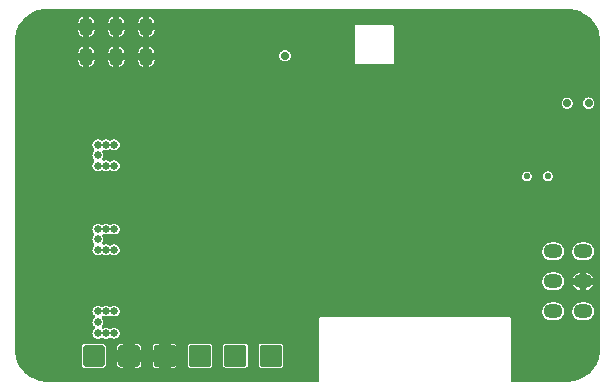
<source format=gbr>
%TF.GenerationSoftware,Altium Limited,Altium Designer,20.1.8 (145)*%
G04 Layer_Physical_Order=2*
G04 Layer_Color=36540*
%FSLAX45Y45*%
%MOMM*%
%TF.SameCoordinates,7C767931-0862-4B48-A7A2-9337087A75ED*%
%TF.FilePolarity,Positive*%
%TF.FileFunction,Copper,L2,Inr,Signal*%
%TF.Part,Single*%
G01*
G75*
%TA.AperFunction,ViaPad*%
%ADD31O,4.00000X2.40000*%
%TA.AperFunction,ComponentPad*%
%ADD32O,1.60000X1.25000*%
%ADD33O,1.25000X1.60000*%
%ADD34C,0.70000*%
G04:AMPARAMS|DCode=35|XSize=1.8mm|YSize=1.8mm|CornerRadius=0.09mm|HoleSize=0mm|Usage=FLASHONLY|Rotation=0.000|XOffset=0mm|YOffset=0mm|HoleType=Round|Shape=RoundedRectangle|*
%AMROUNDEDRECTD35*
21,1,1.80000,1.62000,0,0,0.0*
21,1,1.62000,1.80000,0,0,0.0*
1,1,0.18000,0.81000,-0.81000*
1,1,0.18000,-0.81000,-0.81000*
1,1,0.18000,-0.81000,0.81000*
1,1,0.18000,0.81000,0.81000*
%
%ADD35ROUNDEDRECTD35*%
G04:AMPARAMS|DCode=36|XSize=1.8mm|YSize=1.8mm|CornerRadius=0.18mm|HoleSize=0mm|Usage=FLASHONLY|Rotation=180.000|XOffset=0mm|YOffset=0mm|HoleType=Round|Shape=RoundedRectangle|*
%AMROUNDEDRECTD36*
21,1,1.80000,1.44000,0,0,180.0*
21,1,1.44000,1.80000,0,0,180.0*
1,1,0.36000,-0.72000,0.72000*
1,1,0.36000,0.72000,0.72000*
1,1,0.36000,0.72000,-0.72000*
1,1,0.36000,-0.72000,-0.72000*
%
%ADD36ROUNDEDRECTD36*%
%TA.AperFunction,ViaPad*%
%ADD37C,0.70000*%
%ADD38C,0.66000*%
%ADD39C,0.56000*%
G36*
X4721865Y3177832D02*
X4743596Y3175260D01*
X4765058Y3170991D01*
X4786119Y3165051D01*
X4806650Y3157477D01*
X4826522Y3148316D01*
X4845615Y3137623D01*
X4863810Y3125466D01*
X4880995Y3111918D01*
X4897064Y3097064D01*
X4911918Y3080995D01*
X4925465Y3063810D01*
X4937622Y3045616D01*
X4948315Y3026523D01*
X4957476Y3006651D01*
X4965050Y2986120D01*
X4970990Y2965059D01*
X4975259Y2943597D01*
X4977831Y2921866D01*
X4977996Y2917671D01*
X4978545Y2900000D01*
X4978546Y2900000D01*
X4978546Y2882528D01*
Y300000D01*
X4978657Y299154D01*
X4977832Y278134D01*
X4975260Y256403D01*
X4970990Y234941D01*
X4965051Y213880D01*
X4957476Y193349D01*
X4948315Y173477D01*
X4937623Y154384D01*
X4925465Y136189D01*
X4911918Y119005D01*
X4897064Y102936D01*
X4880995Y88082D01*
X4863810Y74534D01*
X4845615Y62377D01*
X4826522Y51684D01*
X4806650Y42523D01*
X4786120Y34949D01*
X4765059Y29009D01*
X4743596Y24740D01*
X4721865Y22168D01*
X4700847Y21342D01*
X4699999Y21454D01*
X4224064D01*
Y554630D01*
X4223078Y559586D01*
X4220271Y563787D01*
X4216071Y566593D01*
X4211115Y567579D01*
X2611115D01*
X2606160Y566593D01*
X2601959Y563787D01*
X2599152Y559586D01*
X2598166Y554630D01*
Y21454D01*
X317589Y21453D01*
X317512Y21454D01*
X300000Y21454D01*
X282446Y21999D01*
X278135Y22168D01*
X256404Y24740D01*
X234941Y29009D01*
X213880Y34949D01*
X193350Y42523D01*
X173477Y51685D01*
X154385Y62377D01*
X136190Y74534D01*
X119005Y88082D01*
X102936Y102936D01*
X88082Y119005D01*
X74535Y136190D01*
X62377Y154385D01*
X51685Y173477D01*
X42523Y193350D01*
X34949Y213880D01*
X29010Y234941D01*
X24740Y256403D01*
X22168Y278134D01*
X21343Y299155D01*
X21454Y300000D01*
Y2900000D01*
X21342Y2900849D01*
X22168Y2921866D01*
X24740Y2943597D01*
X29009Y2965059D01*
X34949Y2986120D01*
X42523Y3006651D01*
X51684Y3026523D01*
X62377Y3045616D01*
X74534Y3063810D01*
X88082Y3080995D01*
X102936Y3097064D01*
X119005Y3111918D01*
X136189Y3125466D01*
X154384Y3137623D01*
X173477Y3148316D01*
X193349Y3157477D01*
X213880Y3165051D01*
X234941Y3170991D01*
X256403Y3175260D01*
X278134Y3177832D01*
X298851Y3178646D01*
X299610Y3178546D01*
X4699999Y3178547D01*
X4700845Y3178658D01*
X4721865Y3177832D01*
D02*
G37*
%LPC*%
G36*
X1162263Y3113150D02*
Y3055187D01*
X1207400D01*
X1207250Y3057089D01*
X1204581Y3068210D01*
X1200204Y3078776D01*
X1194228Y3088528D01*
X1186800Y3097224D01*
X1178104Y3104652D01*
X1168352Y3110628D01*
X1162263Y3113150D01*
D02*
G37*
G36*
X908263D02*
Y3055187D01*
X953400D01*
X953250Y3057089D01*
X950581Y3068210D01*
X946204Y3078776D01*
X940228Y3088528D01*
X932800Y3097224D01*
X924104Y3104652D01*
X914352Y3110628D01*
X908263Y3113150D01*
D02*
G37*
G36*
X654263D02*
Y3055187D01*
X699400D01*
X699250Y3057089D01*
X696581Y3068210D01*
X692204Y3078776D01*
X686228Y3088528D01*
X678800Y3097224D01*
X670104Y3104652D01*
X660352Y3110628D01*
X654263Y3113150D01*
D02*
G37*
G36*
X1108263D02*
X1102174Y3110628D01*
X1092422Y3104652D01*
X1083726Y3097224D01*
X1076298Y3088528D01*
X1070322Y3078776D01*
X1065945Y3068210D01*
X1063275Y3057089D01*
X1063126Y3055187D01*
X1108263D01*
Y3113150D01*
D02*
G37*
G36*
X854263D02*
X848174Y3110628D01*
X838422Y3104652D01*
X829726Y3097224D01*
X822298Y3088528D01*
X816322Y3078776D01*
X811945Y3068210D01*
X809275Y3057089D01*
X809126Y3055187D01*
X854263D01*
Y3113150D01*
D02*
G37*
G36*
X600263D02*
X594174Y3110628D01*
X584422Y3104652D01*
X575726Y3097224D01*
X568298Y3088528D01*
X562322Y3078776D01*
X557945Y3068210D01*
X555275Y3057089D01*
X555126Y3055187D01*
X600263D01*
Y3113150D01*
D02*
G37*
G36*
X699400Y3001187D02*
X654263D01*
Y2943224D01*
X660352Y2945746D01*
X670104Y2951722D01*
X678800Y2959150D01*
X686228Y2967847D01*
X692204Y2977598D01*
X696581Y2988165D01*
X699250Y2999286D01*
X699400Y3001187D01*
D02*
G37*
G36*
X953400D02*
X908263D01*
Y2943224D01*
X914352Y2945746D01*
X924104Y2951722D01*
X932800Y2959150D01*
X940228Y2967847D01*
X946204Y2977598D01*
X950581Y2988165D01*
X953250Y2999286D01*
X953400Y3001187D01*
D02*
G37*
G36*
X1207400D02*
X1162263D01*
Y2943224D01*
X1168352Y2945746D01*
X1178104Y2951722D01*
X1186800Y2959150D01*
X1194228Y2967847D01*
X1200204Y2977598D01*
X1204581Y2988165D01*
X1207250Y2999286D01*
X1207400Y3001187D01*
D02*
G37*
G36*
X1108263D02*
X1063126D01*
X1063275Y2999286D01*
X1065945Y2988165D01*
X1070322Y2977598D01*
X1076298Y2967847D01*
X1083726Y2959150D01*
X1092422Y2951722D01*
X1102174Y2945746D01*
X1108263Y2943224D01*
Y3001187D01*
D02*
G37*
G36*
X854263D02*
X809126D01*
X809275Y2999286D01*
X811945Y2988165D01*
X816322Y2977598D01*
X822298Y2967847D01*
X829726Y2959150D01*
X838422Y2951722D01*
X848174Y2945746D01*
X854263Y2943224D01*
Y3001187D01*
D02*
G37*
G36*
X600263D02*
X555126D01*
X555275Y2999286D01*
X557945Y2988165D01*
X562322Y2977598D01*
X568298Y2967847D01*
X575726Y2959150D01*
X584422Y2951722D01*
X594174Y2945746D01*
X600263Y2943224D01*
Y3001187D01*
D02*
G37*
G36*
X1162263Y2859150D02*
Y2801187D01*
X1207400D01*
X1207250Y2803089D01*
X1204581Y2814210D01*
X1200204Y2824776D01*
X1194228Y2834528D01*
X1186800Y2843224D01*
X1178104Y2850652D01*
X1168352Y2856628D01*
X1162263Y2859150D01*
D02*
G37*
G36*
X908263D02*
Y2801187D01*
X953400D01*
X953250Y2803089D01*
X950581Y2814210D01*
X946204Y2824776D01*
X940228Y2834528D01*
X932800Y2843224D01*
X924104Y2850652D01*
X914352Y2856628D01*
X908263Y2859150D01*
D02*
G37*
G36*
X654263D02*
Y2801187D01*
X699400D01*
X699250Y2803089D01*
X696581Y2814210D01*
X692204Y2824776D01*
X686228Y2834528D01*
X678800Y2843224D01*
X670104Y2850652D01*
X660352Y2856628D01*
X654263Y2859150D01*
D02*
G37*
G36*
X1108263D02*
X1102174Y2856628D01*
X1092422Y2850652D01*
X1083726Y2843224D01*
X1076298Y2834528D01*
X1070322Y2824776D01*
X1065945Y2814210D01*
X1063275Y2803089D01*
X1063126Y2801187D01*
X1108263D01*
Y2859150D01*
D02*
G37*
G36*
X854263D02*
X848174Y2856628D01*
X838422Y2850652D01*
X829726Y2843224D01*
X822298Y2834528D01*
X816322Y2824776D01*
X811945Y2814210D01*
X809275Y2803089D01*
X809126Y2801187D01*
X854263D01*
Y2859150D01*
D02*
G37*
G36*
X600263D02*
X594174Y2856628D01*
X584422Y2850652D01*
X575726Y2843224D01*
X568298Y2834528D01*
X562322Y2824776D01*
X557945Y2814210D01*
X555275Y2803089D01*
X555126Y2801187D01*
X600263D01*
Y2859150D01*
D02*
G37*
G36*
X2310171Y2830739D02*
X2300820Y2829818D01*
X2291829Y2827091D01*
X2283542Y2822661D01*
X2276279Y2816700D01*
X2270318Y2809437D01*
X2265889Y2801151D01*
X2263161Y2792159D01*
X2262240Y2782808D01*
X2263161Y2773457D01*
X2265889Y2764466D01*
X2270318Y2756179D01*
X2276279Y2748916D01*
X2283542Y2742955D01*
X2291829Y2738526D01*
X2300820Y2735798D01*
X2310171Y2734877D01*
X2319522Y2735798D01*
X2328513Y2738526D01*
X2336800Y2742955D01*
X2344063Y2748916D01*
X2350024Y2756179D01*
X2354453Y2764466D01*
X2357181Y2773457D01*
X2358102Y2782808D01*
X2357181Y2792159D01*
X2354453Y2801151D01*
X2350024Y2809437D01*
X2344063Y2816700D01*
X2336800Y2822661D01*
X2328513Y2827091D01*
X2319522Y2829818D01*
X2310171Y2830739D01*
D02*
G37*
G36*
X2912702Y3044468D02*
X2907747Y3043483D01*
X2903546Y3040676D01*
X2900739Y3036475D01*
X2899753Y3031519D01*
X2899752Y2721520D01*
X2900738Y2716564D01*
X2903545Y2712363D01*
X2907746Y2709556D01*
X2912701Y2708571D01*
X3217282Y2708570D01*
X3222237Y2709556D01*
X3226438Y2712363D01*
X3229245Y2716564D01*
X3230231Y2721519D01*
X3230232Y3031519D01*
X3229246Y3036474D01*
X3226439Y3040675D01*
X3222238Y3043482D01*
X3217283Y3044468D01*
X2912702Y3044468D01*
D02*
G37*
G36*
X699400Y2747187D02*
X654263D01*
Y2689224D01*
X660352Y2691746D01*
X670104Y2697722D01*
X678800Y2705150D01*
X686228Y2713847D01*
X692204Y2723598D01*
X696581Y2734165D01*
X699250Y2745286D01*
X699400Y2747187D01*
D02*
G37*
G36*
X953400D02*
X908263D01*
Y2689224D01*
X914352Y2691746D01*
X924104Y2697722D01*
X932800Y2705150D01*
X940228Y2713847D01*
X946204Y2723598D01*
X950581Y2734165D01*
X953250Y2745286D01*
X953400Y2747187D01*
D02*
G37*
G36*
X1207400D02*
X1162263D01*
Y2689224D01*
X1168352Y2691746D01*
X1178104Y2697722D01*
X1186800Y2705150D01*
X1194228Y2713847D01*
X1200204Y2723598D01*
X1204581Y2734165D01*
X1207250Y2745286D01*
X1207400Y2747187D01*
D02*
G37*
G36*
X1108263D02*
X1063126D01*
X1063275Y2745286D01*
X1065945Y2734165D01*
X1070322Y2723598D01*
X1076298Y2713847D01*
X1083726Y2705150D01*
X1092422Y2697722D01*
X1102174Y2691746D01*
X1108263Y2689224D01*
Y2747187D01*
D02*
G37*
G36*
X854263D02*
X809126D01*
X809275Y2745286D01*
X811945Y2734165D01*
X816322Y2723598D01*
X822298Y2713847D01*
X829726Y2705150D01*
X838422Y2697722D01*
X848174Y2691746D01*
X854263Y2689224D01*
Y2747187D01*
D02*
G37*
G36*
X600263D02*
X555126D01*
X555275Y2745286D01*
X557945Y2734165D01*
X562322Y2723598D01*
X568298Y2713847D01*
X575726Y2705150D01*
X584422Y2697722D01*
X594174Y2691746D01*
X600263Y2689224D01*
Y2747187D01*
D02*
G37*
G36*
X4880016Y2427931D02*
X4870665Y2427010D01*
X4861674Y2424282D01*
X4853387Y2419853D01*
X4846124Y2413892D01*
X4840163Y2406629D01*
X4835734Y2398342D01*
X4833006Y2389351D01*
X4832085Y2380000D01*
X4833006Y2370649D01*
X4835734Y2361658D01*
X4840163Y2353371D01*
X4846124Y2346108D01*
X4853387Y2340147D01*
X4861674Y2335718D01*
X4870665Y2332990D01*
X4880016Y2332069D01*
X4889367Y2332990D01*
X4898359Y2335718D01*
X4906645Y2340147D01*
X4913908Y2346108D01*
X4919869Y2353371D01*
X4924299Y2361658D01*
X4927026Y2370649D01*
X4927947Y2380000D01*
X4927026Y2389351D01*
X4924299Y2398342D01*
X4919869Y2406629D01*
X4913908Y2413892D01*
X4906645Y2419853D01*
X4898359Y2424282D01*
X4889367Y2427010D01*
X4880016Y2427931D01*
D02*
G37*
G36*
X4700016D02*
X4690665Y2427010D01*
X4681674Y2424282D01*
X4673387Y2419853D01*
X4666124Y2413892D01*
X4660163Y2406629D01*
X4655734Y2398342D01*
X4653006Y2389351D01*
X4652085Y2380000D01*
X4653006Y2370649D01*
X4655734Y2361658D01*
X4660163Y2353371D01*
X4666124Y2346108D01*
X4673387Y2340147D01*
X4681674Y2335718D01*
X4690665Y2332990D01*
X4700016Y2332069D01*
X4709367Y2332990D01*
X4718358Y2335718D01*
X4726645Y2340147D01*
X4733908Y2346108D01*
X4739869Y2353371D01*
X4744298Y2361658D01*
X4747026Y2370649D01*
X4747947Y2380000D01*
X4747026Y2389351D01*
X4744298Y2398342D01*
X4739869Y2406629D01*
X4733908Y2413892D01*
X4726645Y2419853D01*
X4718358Y2424282D01*
X4709367Y2427010D01*
X4700016Y2427931D01*
D02*
G37*
G36*
X866101Y2074961D02*
X857142Y2074079D01*
X848528Y2071466D01*
X840589Y2067222D01*
X833630Y2061511D01*
X828647D01*
X821689Y2067222D01*
X813749Y2071466D01*
X805135Y2074079D01*
X796176Y2074961D01*
X787217Y2074079D01*
X778603Y2071466D01*
X770664Y2067222D01*
X763705Y2061511D01*
X758722D01*
X751764Y2067222D01*
X743825Y2071466D01*
X735210Y2074079D01*
X726251Y2074961D01*
X717292Y2074079D01*
X708678Y2071466D01*
X700739Y2067222D01*
X693780Y2061511D01*
X688069Y2054553D01*
X683826Y2046613D01*
X681213Y2037999D01*
X680330Y2029040D01*
X681213Y2020081D01*
X683826Y2011467D01*
X688069Y2003528D01*
X693780Y1996569D01*
X695031Y1995542D01*
X696522Y1991073D01*
Y1978217D01*
X695031Y1973748D01*
X693780Y1972721D01*
X688069Y1965763D01*
X683826Y1957823D01*
X681213Y1949209D01*
X680330Y1940250D01*
X681213Y1931291D01*
X683826Y1922677D01*
X688069Y1914738D01*
X693780Y1907779D01*
X695031Y1906752D01*
X696522Y1902283D01*
Y1889427D01*
X695031Y1884958D01*
X693780Y1883931D01*
X688069Y1876973D01*
X683826Y1869033D01*
X681213Y1860419D01*
X680330Y1851460D01*
X681213Y1842501D01*
X683826Y1833887D01*
X688069Y1825948D01*
X693780Y1818989D01*
X700739Y1813278D01*
X708678Y1809034D01*
X717292Y1806421D01*
X726251Y1805539D01*
X735210Y1806421D01*
X743825Y1809034D01*
X751764Y1813278D01*
X758722Y1818989D01*
X763705D01*
X770664Y1813278D01*
X778603Y1809034D01*
X787217Y1806421D01*
X796176Y1805539D01*
X805135Y1806421D01*
X813749Y1809034D01*
X821689Y1813278D01*
X828647Y1818989D01*
X833630D01*
X840589Y1813278D01*
X848528Y1809034D01*
X857142Y1806421D01*
X866101Y1805539D01*
X875060Y1806421D01*
X883674Y1809034D01*
X891614Y1813278D01*
X898572Y1818989D01*
X904283Y1825948D01*
X908527Y1833887D01*
X911140Y1842501D01*
X912022Y1851460D01*
X911140Y1860419D01*
X908527Y1869033D01*
X904283Y1876973D01*
X898572Y1883931D01*
X891614Y1889642D01*
X883674Y1893886D01*
X875060Y1896499D01*
X866101Y1897381D01*
X857142Y1896499D01*
X848528Y1893886D01*
X840589Y1889642D01*
X833630Y1883931D01*
X828647D01*
X821689Y1889642D01*
X813749Y1893886D01*
X805135Y1896499D01*
X796176Y1897381D01*
X787217Y1896499D01*
X778603Y1893886D01*
X774048Y1891451D01*
X773502Y1891390D01*
X768817Y1893062D01*
X766082Y1897050D01*
X763954Y1903812D01*
X764433Y1914738D01*
X768677Y1922677D01*
X771290Y1931291D01*
X772172Y1940250D01*
X771290Y1949209D01*
X768677Y1957823D01*
X764433Y1965762D01*
X763954Y1976688D01*
X766082Y1983451D01*
X768817Y1987438D01*
X773502Y1989110D01*
X774048Y1989049D01*
X778603Y1986615D01*
X787217Y1984001D01*
X796176Y1983119D01*
X805135Y1984001D01*
X813749Y1986615D01*
X821689Y1990858D01*
X828647Y1996569D01*
X833630D01*
X840589Y1990858D01*
X848528Y1986615D01*
X857142Y1984001D01*
X866101Y1983119D01*
X875060Y1984001D01*
X883674Y1986615D01*
X891614Y1990858D01*
X898572Y1996569D01*
X904283Y2003528D01*
X908527Y2011467D01*
X911140Y2020081D01*
X912022Y2029040D01*
X911140Y2037999D01*
X908527Y2046613D01*
X904283Y2054553D01*
X898572Y2061511D01*
X891614Y2067222D01*
X883674Y2071466D01*
X875060Y2074079D01*
X866101Y2074961D01*
D02*
G37*
G36*
X4535750Y1802673D02*
X4527771Y1801887D01*
X4520099Y1799560D01*
X4513029Y1795780D01*
X4506831Y1790694D01*
X4501745Y1784497D01*
X4497966Y1777426D01*
X4495639Y1769754D01*
X4494853Y1761776D01*
X4495639Y1753797D01*
X4497966Y1746125D01*
X4501745Y1739055D01*
X4506831Y1732857D01*
X4513029Y1727771D01*
X4520099Y1723992D01*
X4527771Y1721665D01*
X4535750Y1720879D01*
X4543729Y1721665D01*
X4551400Y1723992D01*
X4558471Y1727771D01*
X4564668Y1732857D01*
X4569754Y1739055D01*
X4573534Y1746125D01*
X4575861Y1753797D01*
X4576647Y1761776D01*
X4575861Y1769754D01*
X4573534Y1777426D01*
X4569754Y1784497D01*
X4564668Y1790694D01*
X4558471Y1795780D01*
X4551400Y1799560D01*
X4543729Y1801887D01*
X4535750Y1802673D01*
D02*
G37*
G36*
X4357950Y1800133D02*
X4349971Y1799347D01*
X4342299Y1797020D01*
X4335229Y1793240D01*
X4329031Y1788154D01*
X4323945Y1781957D01*
X4320166Y1774886D01*
X4317839Y1767214D01*
X4317053Y1759236D01*
X4317839Y1751257D01*
X4320166Y1743585D01*
X4323945Y1736515D01*
X4329031Y1730317D01*
X4335229Y1725231D01*
X4342299Y1721452D01*
X4349971Y1719125D01*
X4357950Y1718339D01*
X4365929Y1719125D01*
X4373600Y1721452D01*
X4380671Y1725231D01*
X4386868Y1730317D01*
X4391954Y1736515D01*
X4395734Y1743585D01*
X4398061Y1751257D01*
X4398847Y1759236D01*
X4398061Y1767214D01*
X4395734Y1774886D01*
X4391954Y1781957D01*
X4386868Y1788154D01*
X4380671Y1793240D01*
X4373600Y1797020D01*
X4365929Y1799347D01*
X4357950Y1800133D01*
D02*
G37*
G36*
X866101Y1359613D02*
X857142Y1358731D01*
X848528Y1356118D01*
X840589Y1351874D01*
X833630Y1346163D01*
X828647D01*
X821689Y1351874D01*
X813749Y1356118D01*
X805135Y1358731D01*
X796176Y1359613D01*
X787217Y1358731D01*
X778603Y1356118D01*
X770664Y1351874D01*
X763705Y1346163D01*
X758722D01*
X751764Y1351874D01*
X743825Y1356118D01*
X735210Y1358731D01*
X726251Y1359613D01*
X717292Y1358731D01*
X708678Y1356118D01*
X700739Y1351874D01*
X693780Y1346163D01*
X688069Y1339205D01*
X683826Y1331265D01*
X681213Y1322651D01*
X680330Y1313692D01*
X681213Y1304733D01*
X683826Y1296119D01*
X688069Y1288180D01*
X693780Y1281221D01*
X693826Y1281184D01*
X695068Y1278224D01*
Y1262004D01*
X693826Y1259044D01*
X693780Y1259007D01*
X688069Y1252049D01*
X683826Y1244109D01*
X681213Y1235495D01*
X680330Y1226536D01*
X681213Y1217577D01*
X683826Y1208963D01*
X688069Y1201024D01*
X693780Y1194065D01*
X693826Y1194028D01*
X695068Y1191068D01*
Y1174848D01*
X693826Y1171888D01*
X693780Y1171851D01*
X688069Y1164893D01*
X683826Y1156953D01*
X681213Y1148339D01*
X680330Y1139380D01*
X681213Y1130421D01*
X683826Y1121807D01*
X688069Y1113867D01*
X693780Y1106909D01*
X700739Y1101198D01*
X708678Y1096954D01*
X717292Y1094341D01*
X726251Y1093459D01*
X735210Y1094341D01*
X743825Y1096954D01*
X751764Y1101198D01*
X758722Y1106909D01*
X763705D01*
X770664Y1101198D01*
X778603Y1096954D01*
X787217Y1094341D01*
X796176Y1093459D01*
X805135Y1094341D01*
X813749Y1096954D01*
X821689Y1101198D01*
X828647Y1106909D01*
X833630D01*
X840589Y1101198D01*
X848528Y1096954D01*
X857142Y1094341D01*
X866101Y1093459D01*
X875060Y1094341D01*
X883674Y1096954D01*
X891614Y1101198D01*
X898572Y1106909D01*
X904283Y1113867D01*
X908527Y1121807D01*
X911140Y1130421D01*
X912022Y1139380D01*
X911140Y1148339D01*
X908527Y1156953D01*
X904283Y1164893D01*
X898572Y1171851D01*
X891614Y1177562D01*
X883674Y1181806D01*
X875060Y1184419D01*
X866101Y1185301D01*
X857142Y1184419D01*
X848528Y1181806D01*
X840589Y1177562D01*
X833630Y1171851D01*
X828647D01*
X821689Y1177562D01*
X813749Y1181806D01*
X805135Y1184419D01*
X796176Y1185301D01*
X787217Y1184419D01*
X778603Y1181806D01*
X775214Y1179994D01*
X771250Y1181631D01*
X770571Y1182301D01*
X764791Y1199933D01*
X764863Y1201827D01*
X768677Y1208963D01*
X771290Y1217577D01*
X772172Y1226536D01*
X771290Y1235495D01*
X768677Y1244109D01*
X764863Y1251245D01*
X764791Y1253138D01*
X770570Y1270771D01*
X771250Y1271441D01*
X775214Y1273078D01*
X778603Y1271267D01*
X787217Y1268654D01*
X796176Y1267771D01*
X805135Y1268654D01*
X813749Y1271267D01*
X821689Y1275510D01*
X828647Y1281221D01*
X833630D01*
X840589Y1275510D01*
X848528Y1271267D01*
X857142Y1268654D01*
X866101Y1267771D01*
X875060Y1268654D01*
X883674Y1271267D01*
X891614Y1275510D01*
X898572Y1281221D01*
X904283Y1288180D01*
X908527Y1296119D01*
X911140Y1304733D01*
X912022Y1313692D01*
X911140Y1322651D01*
X908527Y1331266D01*
X904283Y1339205D01*
X898572Y1346163D01*
X891614Y1351874D01*
X883674Y1356118D01*
X875060Y1358731D01*
X866101Y1359613D01*
D02*
G37*
G36*
X4852360Y1200453D02*
X4817360D01*
X4805560Y1199524D01*
X4794051Y1196761D01*
X4783115Y1192231D01*
X4773022Y1186046D01*
X4764022Y1178359D01*
X4756334Y1169358D01*
X4750150Y1159266D01*
X4745620Y1148330D01*
X4742857Y1136820D01*
X4741928Y1125020D01*
X4742857Y1113220D01*
X4745620Y1101710D01*
X4750150Y1090775D01*
X4756334Y1080682D01*
X4764022Y1071681D01*
X4773022Y1063994D01*
X4783115Y1057809D01*
X4794051Y1053280D01*
X4805560Y1050516D01*
X4817360Y1049588D01*
X4852360D01*
X4864160Y1050516D01*
X4875670Y1053280D01*
X4886606Y1057809D01*
X4896698Y1063994D01*
X4905699Y1071681D01*
X4913386Y1080682D01*
X4919571Y1090775D01*
X4924101Y1101710D01*
X4926864Y1113220D01*
X4927793Y1125020D01*
X4926864Y1136820D01*
X4924101Y1148330D01*
X4919571Y1159266D01*
X4913386Y1169358D01*
X4905699Y1178359D01*
X4896698Y1186046D01*
X4886606Y1192231D01*
X4875670Y1196761D01*
X4864160Y1199524D01*
X4852360Y1200453D01*
D02*
G37*
G36*
X4598360D02*
X4563360D01*
X4551560Y1199524D01*
X4540051Y1196761D01*
X4529115Y1192231D01*
X4519022Y1186046D01*
X4510022Y1178359D01*
X4502334Y1169358D01*
X4496150Y1159266D01*
X4491620Y1148330D01*
X4488857Y1136820D01*
X4487928Y1125020D01*
X4488857Y1113220D01*
X4491620Y1101710D01*
X4496150Y1090775D01*
X4502334Y1080682D01*
X4510022Y1071681D01*
X4519022Y1063994D01*
X4529115Y1057809D01*
X4540051Y1053280D01*
X4551560Y1050516D01*
X4563360Y1049588D01*
X4598360D01*
X4610160Y1050516D01*
X4621670Y1053280D01*
X4632606Y1057809D01*
X4642698Y1063994D01*
X4651699Y1071681D01*
X4659386Y1080682D01*
X4665571Y1090775D01*
X4670101Y1101710D01*
X4672864Y1113220D01*
X4673793Y1125020D01*
X4672864Y1136820D01*
X4670101Y1148330D01*
X4665571Y1159266D01*
X4659386Y1169358D01*
X4651699Y1178359D01*
X4642698Y1186046D01*
X4632606Y1192231D01*
X4621670Y1196761D01*
X4610160Y1199524D01*
X4598360Y1200453D01*
D02*
G37*
G36*
X4861860Y943157D02*
Y898012D01*
X4919827D01*
X4917301Y904109D01*
X4911325Y913861D01*
X4903897Y922557D01*
X4895201Y929985D01*
X4885449Y935961D01*
X4874883Y940338D01*
X4863762Y943008D01*
X4861860Y943157D01*
D02*
G37*
G36*
X4807860D02*
X4805959Y943008D01*
X4794838Y940338D01*
X4784271Y935961D01*
X4774520Y929985D01*
X4765823Y922557D01*
X4758395Y913861D01*
X4752420Y904109D01*
X4749894Y898012D01*
X4807860D01*
Y943157D01*
D02*
G37*
G36*
X4919820Y844012D02*
X4861860D01*
Y798883D01*
X4863762Y799033D01*
X4874883Y801702D01*
X4885449Y806079D01*
X4895201Y812055D01*
X4903897Y819483D01*
X4911325Y828179D01*
X4917301Y837931D01*
X4919820Y844012D01*
D02*
G37*
G36*
X4807860D02*
X4749901D01*
X4752420Y837931D01*
X4758395Y828179D01*
X4765823Y819483D01*
X4774520Y812055D01*
X4784271Y806079D01*
X4794838Y801702D01*
X4805959Y799033D01*
X4807860Y798883D01*
Y844012D01*
D02*
G37*
G36*
X4598360Y946453D02*
X4563360D01*
X4551560Y945524D01*
X4540051Y942761D01*
X4529115Y938231D01*
X4519022Y932046D01*
X4510022Y924359D01*
X4502334Y915358D01*
X4496150Y905266D01*
X4491620Y894330D01*
X4488857Y882820D01*
X4487928Y871020D01*
X4488857Y859220D01*
X4491620Y847710D01*
X4496150Y836775D01*
X4502334Y826682D01*
X4510022Y817681D01*
X4519022Y809994D01*
X4529115Y803809D01*
X4540051Y799280D01*
X4551560Y796516D01*
X4563360Y795588D01*
X4598360D01*
X4610160Y796516D01*
X4621670Y799280D01*
X4632606Y803809D01*
X4642698Y809994D01*
X4651699Y817681D01*
X4659386Y826682D01*
X4665571Y836775D01*
X4670101Y847710D01*
X4672864Y859220D01*
X4673793Y871020D01*
X4672864Y882820D01*
X4670101Y894330D01*
X4665571Y905266D01*
X4659386Y915358D01*
X4651699Y924359D01*
X4642698Y932046D01*
X4632606Y938231D01*
X4621670Y942761D01*
X4610160Y945524D01*
X4598360Y946453D01*
D02*
G37*
G36*
X866101Y665501D02*
X857142Y664619D01*
X848528Y662006D01*
X840589Y657762D01*
X833630Y652051D01*
X828647D01*
X821689Y657762D01*
X813749Y662006D01*
X805135Y664619D01*
X796176Y665501D01*
X787217Y664619D01*
X778603Y662006D01*
X770664Y657762D01*
X763705Y652051D01*
X758722D01*
X751764Y657762D01*
X743825Y662006D01*
X735210Y664619D01*
X726251Y665501D01*
X717292Y664619D01*
X708678Y662006D01*
X700739Y657762D01*
X693780Y652051D01*
X688069Y645093D01*
X683826Y637153D01*
X681213Y628539D01*
X680330Y619580D01*
X681213Y610621D01*
X683826Y602007D01*
X688069Y594068D01*
X693780Y587109D01*
X698795Y582994D01*
X700096Y572635D01*
X698795Y562276D01*
X693780Y558161D01*
X688069Y551203D01*
X683826Y543263D01*
X681213Y534649D01*
X680330Y525690D01*
X681213Y516731D01*
X683826Y508117D01*
X688069Y500178D01*
X693780Y493219D01*
X698795Y489104D01*
X700096Y478745D01*
X698795Y468386D01*
X693780Y464271D01*
X688069Y457313D01*
X683826Y449373D01*
X681213Y440759D01*
X680330Y431800D01*
X681213Y422841D01*
X683826Y414227D01*
X688069Y406287D01*
X693780Y399329D01*
X700739Y393618D01*
X708678Y389374D01*
X717292Y386761D01*
X726251Y385879D01*
X735210Y386761D01*
X743825Y389374D01*
X751764Y393618D01*
X758722Y399329D01*
X763705D01*
X770664Y393618D01*
X778603Y389374D01*
X787217Y386761D01*
X796176Y385879D01*
X805135Y386761D01*
X813749Y389374D01*
X821689Y393618D01*
X828647Y399329D01*
X840589Y393898D01*
X848528Y389655D01*
X857142Y387041D01*
X866101Y386159D01*
X875060Y387041D01*
X883674Y389655D01*
X891614Y393898D01*
X898572Y399609D01*
X904283Y406568D01*
X908527Y414507D01*
X911140Y423121D01*
X912022Y432080D01*
X911140Y441039D01*
X908527Y449653D01*
X904283Y457593D01*
X898572Y464551D01*
X891614Y470262D01*
X883674Y474506D01*
X875060Y477119D01*
X866101Y478001D01*
X857142Y477119D01*
X848528Y474506D01*
X840589Y470262D01*
X833630Y464551D01*
X821688Y469982D01*
X813749Y474226D01*
X805135Y476839D01*
X796176Y477721D01*
X787217Y476839D01*
X778603Y474226D01*
X770664Y469982D01*
X761178Y474204D01*
X758722Y493219D01*
X764433Y500178D01*
X768677Y508117D01*
X771290Y516731D01*
X772172Y525690D01*
X771290Y534649D01*
X768677Y543263D01*
X764433Y551203D01*
X758722Y558161D01*
X761178Y577176D01*
X770664Y581398D01*
X778603Y577155D01*
X787217Y574541D01*
X796176Y573659D01*
X805135Y574541D01*
X813749Y577155D01*
X821689Y581398D01*
X828647Y587109D01*
X833630D01*
X840589Y581398D01*
X848528Y577155D01*
X857142Y574541D01*
X866101Y573659D01*
X875060Y574541D01*
X883674Y577155D01*
X891614Y581398D01*
X898572Y587109D01*
X904283Y594068D01*
X908527Y602007D01*
X911140Y610621D01*
X912022Y619580D01*
X911140Y628539D01*
X908527Y637153D01*
X904283Y645093D01*
X898572Y652051D01*
X891614Y657762D01*
X883674Y662006D01*
X875060Y664619D01*
X866101Y665501D01*
D02*
G37*
G36*
X4852360Y692453D02*
X4817360D01*
X4805560Y691524D01*
X4794051Y688761D01*
X4783115Y684231D01*
X4773022Y678046D01*
X4764022Y670359D01*
X4756334Y661358D01*
X4750150Y651266D01*
X4745620Y640330D01*
X4742857Y628820D01*
X4741928Y617020D01*
X4742857Y605220D01*
X4745620Y593710D01*
X4750150Y582775D01*
X4756334Y572682D01*
X4764022Y563681D01*
X4773022Y555994D01*
X4783115Y549809D01*
X4794051Y545280D01*
X4805560Y542516D01*
X4817360Y541588D01*
X4852360D01*
X4864160Y542516D01*
X4875670Y545280D01*
X4886606Y549809D01*
X4896698Y555994D01*
X4905699Y563681D01*
X4913386Y572682D01*
X4919571Y582775D01*
X4924101Y593710D01*
X4926864Y605220D01*
X4927793Y617020D01*
X4926864Y628820D01*
X4924101Y640330D01*
X4919571Y651266D01*
X4913386Y661358D01*
X4905699Y670359D01*
X4896698Y678046D01*
X4886606Y684231D01*
X4875670Y688761D01*
X4864160Y691524D01*
X4852360Y692453D01*
D02*
G37*
G36*
X4598360D02*
X4563360D01*
X4551560Y691524D01*
X4540051Y688761D01*
X4529115Y684231D01*
X4519022Y678046D01*
X4510022Y670359D01*
X4502334Y661358D01*
X4496150Y651266D01*
X4491620Y640330D01*
X4488857Y628820D01*
X4487928Y617020D01*
X4488857Y605220D01*
X4491620Y593710D01*
X4496150Y582775D01*
X4502334Y572682D01*
X4510022Y563681D01*
X4519022Y555994D01*
X4529115Y549809D01*
X4540051Y545280D01*
X4551560Y542516D01*
X4563360Y541588D01*
X4598360D01*
X4610160Y542516D01*
X4621670Y545280D01*
X4632606Y549809D01*
X4642698Y555994D01*
X4651699Y563681D01*
X4659386Y572682D01*
X4665571Y582775D01*
X4670101Y593710D01*
X4672864Y605220D01*
X4673793Y617020D01*
X4672864Y628820D01*
X4670101Y640330D01*
X4665571Y651266D01*
X4659386Y661358D01*
X4651699Y670359D01*
X4642698Y678046D01*
X4632606Y684231D01*
X4621670Y688761D01*
X4610160Y691524D01*
X4598360Y692453D01*
D02*
G37*
G36*
X1371834Y341625D02*
X1341634D01*
Y292100D01*
X1391159D01*
Y322300D01*
X1390501Y327302D01*
X1388570Y331963D01*
X1385499Y335965D01*
X1381497Y339036D01*
X1376836Y340967D01*
X1371834Y341625D01*
D02*
G37*
G36*
X1240034D02*
X1209834D01*
X1204832Y340967D01*
X1200172Y339036D01*
X1196169Y335965D01*
X1193098Y331963D01*
X1191167Y327302D01*
X1190509Y322300D01*
Y292100D01*
X1240034D01*
Y341625D01*
D02*
G37*
G36*
X1062880Y341703D02*
X1041674D01*
Y292098D01*
X1091283D01*
Y313300D01*
X1090315Y320651D01*
X1087478Y327501D01*
X1082964Y333384D01*
X1077081Y337898D01*
X1070231Y340735D01*
X1062880Y341703D01*
D02*
G37*
G36*
X940074D02*
X918880D01*
X911529Y340735D01*
X904679Y337898D01*
X898796Y333384D01*
X894282Y327501D01*
X891445Y320651D01*
X890477Y313300D01*
Y292098D01*
X940074D01*
Y341703D01*
D02*
G37*
G36*
X1391159Y190500D02*
X1341634D01*
Y140975D01*
X1371834D01*
X1376836Y141633D01*
X1381497Y143564D01*
X1385499Y146635D01*
X1388570Y150637D01*
X1390501Y155298D01*
X1391159Y160300D01*
Y190500D01*
D02*
G37*
G36*
X1240034D02*
X1190509D01*
Y160300D01*
X1191167Y155298D01*
X1193098Y150637D01*
X1196169Y146635D01*
X1200172Y143564D01*
X1204832Y141633D01*
X1209834Y140975D01*
X1240034D01*
Y190500D01*
D02*
G37*
G36*
X1091283Y190498D02*
X1041674D01*
Y140897D01*
X1062880D01*
X1070231Y141865D01*
X1077081Y144702D01*
X1082964Y149216D01*
X1087478Y155099D01*
X1090315Y161949D01*
X1091283Y169300D01*
Y190498D01*
D02*
G37*
G36*
X940074D02*
X890477D01*
Y169300D01*
X891445Y161949D01*
X894282Y155099D01*
X898796Y149216D01*
X904679Y144702D01*
X911529Y141865D01*
X918880Y140897D01*
X940074D01*
Y190498D01*
D02*
G37*
G36*
X762880Y344148D02*
X618880D01*
X612862Y343556D01*
X607075Y341800D01*
X601741Y338950D01*
X597067Y335113D01*
X593230Y330439D01*
X590380Y325105D01*
X588624Y319318D01*
X588032Y313300D01*
Y169300D01*
X588624Y163282D01*
X590380Y157495D01*
X593230Y152161D01*
X597067Y147487D01*
X601741Y143650D01*
X607075Y140800D01*
X612862Y139044D01*
X618880Y138452D01*
X762880D01*
X768898Y139044D01*
X774685Y140800D01*
X780019Y143650D01*
X784693Y147487D01*
X788530Y152161D01*
X791380Y157495D01*
X793136Y163282D01*
X793728Y169300D01*
Y313300D01*
X793136Y319318D01*
X791380Y325105D01*
X788530Y330439D01*
X784693Y335113D01*
X780019Y338950D01*
X774685Y341800D01*
X768898Y343556D01*
X762880Y344148D01*
D02*
G37*
G36*
X2271834Y344187D02*
X2109834D01*
X2104170Y343441D01*
X2098891Y341255D01*
X2094358Y337776D01*
X2090879Y333243D01*
X2088693Y327965D01*
X2087947Y322300D01*
Y160300D01*
X2088693Y154635D01*
X2090879Y149357D01*
X2094358Y144824D01*
X2098891Y141345D01*
X2104170Y139159D01*
X2109834Y138413D01*
X2271834D01*
X2277499Y139159D01*
X2282778Y141345D01*
X2287310Y144824D01*
X2290789Y149357D01*
X2292975Y154635D01*
X2293721Y160300D01*
Y322300D01*
X2292975Y327965D01*
X2290789Y333243D01*
X2287310Y337776D01*
X2282778Y341255D01*
X2277499Y343441D01*
X2271834Y344187D01*
D02*
G37*
G36*
X1971834D02*
X1809834D01*
X1804170Y343441D01*
X1798891Y341255D01*
X1794358Y337776D01*
X1790880Y333243D01*
X1788693Y327965D01*
X1787947Y322300D01*
Y160300D01*
X1788693Y154635D01*
X1790880Y149357D01*
X1794358Y144824D01*
X1798891Y141345D01*
X1804170Y139159D01*
X1809834Y138413D01*
X1971834D01*
X1977499Y139159D01*
X1982778Y141345D01*
X1987310Y144824D01*
X1990789Y149357D01*
X1992975Y154635D01*
X1993721Y160300D01*
Y322300D01*
X1992975Y327965D01*
X1990789Y333243D01*
X1987310Y337776D01*
X1982778Y341255D01*
X1977499Y343441D01*
X1971834Y344187D01*
D02*
G37*
G36*
X1671834D02*
X1509834D01*
X1504169Y343441D01*
X1498891Y341255D01*
X1494358Y337776D01*
X1490879Y333243D01*
X1488693Y327965D01*
X1487947Y322300D01*
Y160300D01*
X1488693Y154635D01*
X1490879Y149357D01*
X1494358Y144824D01*
X1498891Y141345D01*
X1504169Y139159D01*
X1509834Y138413D01*
X1671834D01*
X1677499Y139159D01*
X1682777Y141345D01*
X1687310Y144824D01*
X1690789Y149357D01*
X1692975Y154635D01*
X1693721Y160300D01*
Y322300D01*
X1692975Y327965D01*
X1690789Y333243D01*
X1687310Y337776D01*
X1682777Y341255D01*
X1677499Y343441D01*
X1671834Y344187D01*
D02*
G37*
%LPD*%
D31*
X232500Y1345042D02*
D03*
X4767500D02*
D03*
Y1955020D02*
D03*
X232500D02*
D03*
D32*
X4580860Y1125020D02*
D03*
Y871020D02*
D03*
Y617020D02*
D03*
X4834860D02*
D03*
Y871020D02*
D03*
Y1125020D02*
D03*
D33*
X1135263Y2774187D02*
D03*
X881263D02*
D03*
X627263D02*
D03*
Y3028187D02*
D03*
X881263D02*
D03*
X1135263D02*
D03*
D34*
X4880016Y2380000D02*
D03*
X4700016D02*
D03*
D35*
X2190834Y241300D02*
D03*
X1290834D02*
D03*
X1590834D02*
D03*
X1890834D02*
D03*
D36*
X690880D02*
D03*
X990880D02*
D03*
D37*
X2310171Y2782808D02*
D03*
D38*
X2345977Y3063865D02*
D03*
X3164955Y3088932D02*
D03*
X3266047Y3140829D02*
D03*
X2675159Y2633240D02*
D03*
X2050518Y1578682D02*
D03*
X2569835Y2349602D02*
D03*
X2732395D02*
D03*
X2651115D02*
D03*
X2552034Y173797D02*
D03*
Y275291D02*
D03*
X2316823Y2226081D02*
D03*
X2253546Y2478694D02*
D03*
X2316823Y2084368D02*
D03*
X3465551Y2552274D02*
D03*
X3548213D02*
D03*
Y2749454D02*
D03*
X3465551D02*
D03*
X3713537Y2552274D02*
D03*
X3796199D02*
D03*
Y2749454D02*
D03*
X3713537D02*
D03*
X3878861Y2552274D02*
D03*
Y2749454D02*
D03*
X3630875Y2552274D02*
D03*
Y2749454D02*
D03*
X1011197Y635946D02*
D03*
X418989Y598298D02*
D03*
X246527D02*
D03*
X418989Y768591D02*
D03*
X246527D02*
D03*
X332909Y597334D02*
D03*
Y768591D02*
D03*
X418989Y682174D02*
D03*
X246527D02*
D03*
X1800827Y3000409D02*
D03*
X1710601D02*
D03*
X1620375D02*
D03*
X1530148D02*
D03*
X1439922D02*
D03*
X1349696D02*
D03*
X1894508Y1238215D02*
D03*
X1892300Y1922780D02*
D03*
X4244480Y2597005D02*
D03*
Y2427278D02*
D03*
X2688694Y3087156D02*
D03*
X2272071Y3143426D02*
D03*
X1349696Y2800467D02*
D03*
X1439922D02*
D03*
X1530148D02*
D03*
X1620375D02*
D03*
X1710601D02*
D03*
X1800827D02*
D03*
X2651115Y2157719D02*
D03*
X2732395D02*
D03*
X2569835D02*
D03*
X2512599Y2419373D02*
D03*
X2593879D02*
D03*
X2675159D02*
D03*
X2552034Y72304D02*
D03*
X3081820Y604320D02*
D03*
X2854312D02*
D03*
X2626804D02*
D03*
X3309329D02*
D03*
X3536837D02*
D03*
X3764345D02*
D03*
X3991854D02*
D03*
X4219362D02*
D03*
X4291495Y80349D02*
D03*
Y188827D02*
D03*
Y297305D02*
D03*
Y405784D02*
D03*
Y514262D02*
D03*
X2552034Y478277D02*
D03*
Y376784D02*
D03*
X2514977Y2253660D02*
D03*
X2787254D02*
D03*
X2493879Y2526059D02*
D03*
X2693879D02*
D03*
X866101Y2029040D02*
D03*
X796176D02*
D03*
X726251D02*
D03*
Y1940250D02*
D03*
Y1851460D02*
D03*
X796176D02*
D03*
X866101D02*
D03*
X2512599Y2633240D02*
D03*
X2593879D02*
D03*
X2058138Y1461312D02*
D03*
X4825823Y2317340D02*
D03*
Y2442918D02*
D03*
X2120158Y958265D02*
D03*
X2020038Y384697D02*
D03*
X1011197Y849972D02*
D03*
Y1095462D02*
D03*
Y2065969D02*
D03*
Y2267553D02*
D03*
Y1813725D02*
D03*
Y1338692D02*
D03*
Y1569389D02*
D03*
X726251Y1226536D02*
D03*
Y1139380D02*
D03*
Y1313692D02*
D03*
Y525690D02*
D03*
Y431800D02*
D03*
Y619580D02*
D03*
X2455722Y1280354D02*
D03*
X2020038Y722094D02*
D03*
X796176Y1313692D02*
D03*
X866101D02*
D03*
Y432080D02*
D03*
X796176Y619580D02*
D03*
X866101D02*
D03*
Y1139380D02*
D03*
X796176D02*
D03*
Y431800D02*
D03*
D39*
X4357950Y1759236D02*
D03*
X4535750Y1761776D02*
D03*
%TF.MD5,57d193636ebab75f974a77870580328e*%
M02*

</source>
